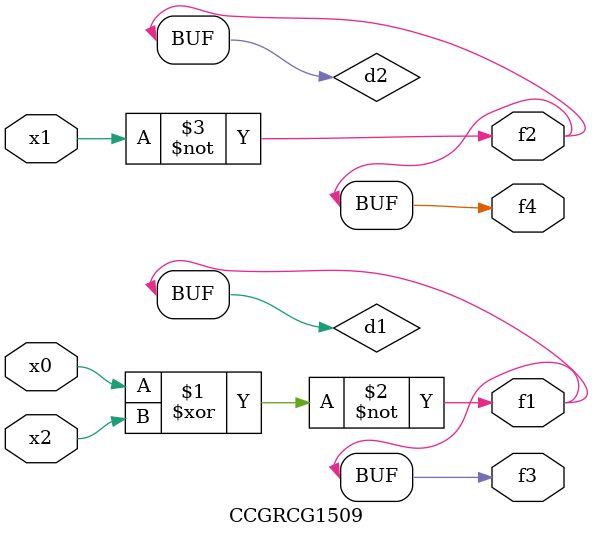
<source format=v>
module CCGRCG1509(
	input x0, x1, x2,
	output f1, f2, f3, f4
);

	wire d1, d2, d3;

	xnor (d1, x0, x2);
	nand (d2, x1);
	nor (d3, x1, x2);
	assign f1 = d1;
	assign f2 = d2;
	assign f3 = d1;
	assign f4 = d2;
endmodule

</source>
